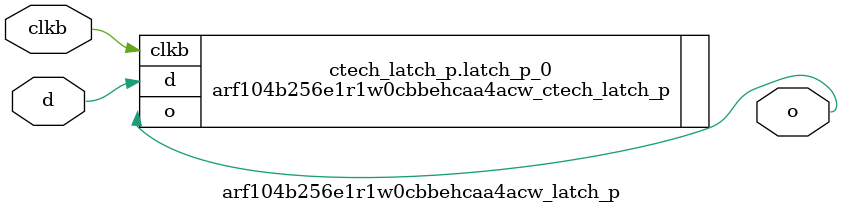
<source format=sv>

`ifndef ARF104B256E1R1W0CBBEHCAA4ACW_LATCH_P_SV
`define ARF104B256E1R1W0CBBEHCAA4ACW_LATCH_P_SV

module arf104b256e1r1w0cbbehcaa4acw_latch_p #
(
  parameter CTECH = 1
)
(
  output logic o,
  input  logic d,
  input  logic clkb
);

  if (CTECH == 1) begin: ctech_latch_p
    arf104b256e1r1w0cbbehcaa4acw_ctech_latch_p latch_p_0 (.o(o),.d(d),.clkb(clkb));
  end
  else begin
    always_latch begin
      if (~clkb) begin
        o <= d;
      end
    end
  end

endmodule // arf104b256e1r1w0cbbehcaa4acw_latch_p

`endif // ARF104B256E1R1W0CBBEHCAA4ACW_LATCH_P_SV
</source>
